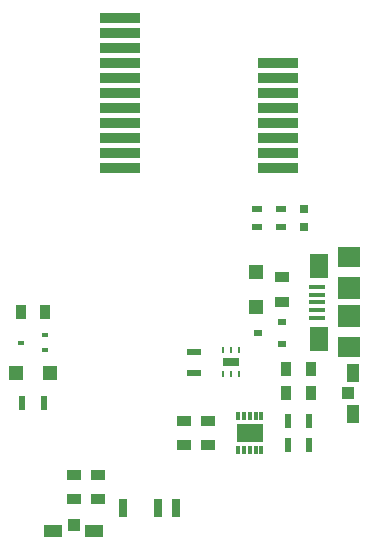
<source format=gtp>
%TF.GenerationSoftware,KiCad,Pcbnew,4.0.1-stable*%
%TF.CreationDate,2016-06-24T18:28:56+01:00*%
%TF.ProjectId,StrokeRehabilitation,5374726F6B655265686162696C697461,rev?*%
%TF.FileFunction,Paste,Top*%
%FSLAX46Y46*%
G04 Gerber Fmt 4.6, Leading zero omitted, Abs format (unit mm)*
G04 Created by KiCad (PCBNEW 4.0.1-stable) date 24/06/2016 18:28:56*
%MOMM*%
G01*
G04 APERTURE LIST*
%ADD10C,0.100000*%
%ADD11R,0.600000X1.250000*%
%ADD12R,1.250000X0.600000*%
%ADD13R,1.900000X1.900000*%
%ADD14R,1.900000X1.800000*%
%ADD15R,1.600000X2.100000*%
%ADD16R,1.350000X0.400000*%
%ADD17R,1.000000X1.500000*%
%ADD18R,1.000000X1.000000*%
%ADD19R,1.200000X1.200000*%
%ADD20R,1.500000X1.000000*%
%ADD21R,0.724000X0.559000*%
%ADD22R,0.600000X0.400000*%
%ADD23R,0.900000X1.200000*%
%ADD24R,1.200000X0.900000*%
%ADD25R,0.700000X1.500000*%
%ADD26R,3.352800X0.812800*%
%ADD27R,0.300000X0.738000*%
%ADD28R,2.280000X1.500000*%
%ADD29R,0.200000X0.600000*%
%ADD30R,1.400000X0.800000*%
%ADD31R,0.025400X0.025400*%
%ADD32R,0.750000X0.800000*%
%ADD33R,0.900000X0.500000*%
G04 APERTURE END LIST*
D10*
D11*
X27104400Y10414000D03*
X25304400Y10414000D03*
X27104400Y8418400D03*
X25304400Y8418400D03*
D12*
X17416000Y16292400D03*
X17416000Y14492400D03*
D11*
X4650000Y11900000D03*
X2850000Y11900000D03*
D13*
X30505000Y21672400D03*
X30505000Y19272400D03*
D14*
X30505000Y24272400D03*
X30505000Y16672400D03*
D15*
X27955000Y23572400D03*
X27955000Y17372400D03*
D16*
X27830000Y21772400D03*
X27830000Y21122400D03*
X27830000Y20472400D03*
X27830000Y19822400D03*
X27830000Y19172400D03*
D17*
X30878000Y14500800D03*
X30878000Y11000800D03*
D18*
X30378000Y12750800D03*
D19*
X22648400Y20089200D03*
X22648400Y22989200D03*
D20*
X8950000Y1100000D03*
X5450000Y1100000D03*
D18*
X7200000Y1600000D03*
D19*
X2300000Y14450000D03*
X5200000Y14450000D03*
D21*
X22833300Y17881600D03*
X24800300Y18831600D03*
X24800300Y16931600D03*
D22*
X2700000Y17050000D03*
X4800000Y16400000D03*
X4800000Y17700000D03*
D23*
X25154400Y14782800D03*
X27254400Y14782800D03*
X25154400Y12750800D03*
X27254400Y12750800D03*
D24*
X18584400Y8348000D03*
X18584400Y10448000D03*
X16552400Y8348000D03*
X16552400Y10448000D03*
X24832800Y20489200D03*
X24832800Y22589200D03*
X7256000Y3776000D03*
X7256000Y5876000D03*
X9288000Y3776000D03*
X9288000Y5876000D03*
D23*
X4800000Y19600000D03*
X2700000Y19600000D03*
D25*
X11350000Y3050000D03*
X14350000Y3050000D03*
X15850000Y3050000D03*
D26*
X24505600Y31850000D03*
X24505600Y33120000D03*
X24505600Y34390000D03*
X24505600Y35660000D03*
X24505600Y36930000D03*
X24505600Y38200000D03*
X24505600Y39470000D03*
X24505600Y40740000D03*
X11094400Y44550000D03*
X11094400Y43280000D03*
X11094400Y42010000D03*
X11094400Y40740000D03*
X11094400Y39470000D03*
X11094400Y38200000D03*
X11094400Y36930000D03*
X11094400Y35660000D03*
X11094400Y34390000D03*
X11094400Y33120000D03*
X11094400Y31850000D03*
D27*
X23089600Y10833000D03*
X22589600Y10833000D03*
X22089600Y10833000D03*
X21589600Y10833000D03*
X21089600Y10833000D03*
X21089600Y7963000D03*
X21589600Y7963000D03*
X22089600Y7963000D03*
X22589600Y7963000D03*
X23089600Y7963000D03*
D28*
X22089600Y9398000D03*
D29*
X21159720Y16452560D03*
X20509720Y16452560D03*
X19859720Y16452560D03*
X19859720Y14352560D03*
X20509720Y14352560D03*
X21159720Y14352560D03*
D30*
X20509720Y15402560D03*
D31*
X20509720Y15402560D03*
X20509720Y15402560D03*
D32*
X26700000Y28350000D03*
X26700000Y26850000D03*
D33*
X22750000Y26850000D03*
X22750000Y28350000D03*
X24750000Y28350000D03*
X24750000Y26850000D03*
M02*

</source>
